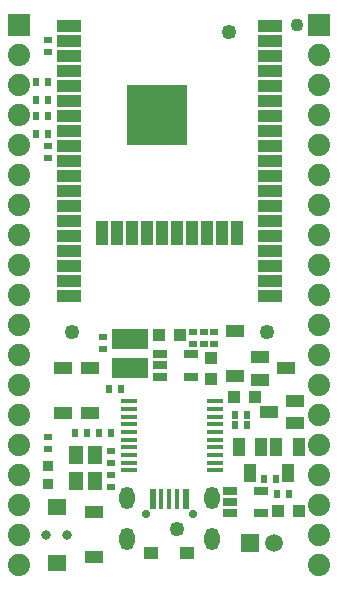
<source format=gbr>
G04 #@! TF.GenerationSoftware,KiCad,Pcbnew,5.1.0-rc1-unknown-6bb8fde~84~ubuntu18.04.1*
G04 #@! TF.CreationDate,2019-02-08T10:21:34+02:00
G04 #@! TF.ProjectId,ESP32-DevKit-Lipo_Rev_B,45535033-322d-4446-9576-4b69742d4c69,B*
G04 #@! TF.SameCoordinates,Original*
G04 #@! TF.FileFunction,Soldermask,Top*
G04 #@! TF.FilePolarity,Negative*
%FSLAX46Y46*%
G04 Gerber Fmt 4.6, Leading zero omitted, Abs format (unit mm)*
G04 Created by KiCad (PCBNEW 5.1.0-rc1-unknown-6bb8fde~84~ubuntu18.04.1) date 2019-02-08 10:21:34*
%MOMM*%
%LPD*%
G04 APERTURE LIST*
%ADD10C,1.501600*%
%ADD11R,1.501600X1.501600*%
%ADD12R,0.901600X0.901600*%
%ADD13C,1.101600*%
%ADD14R,1.301600X1.501600*%
%ADD15R,1.117600X1.117600*%
%ADD16C,1.879600*%
%ADD17R,1.879600X1.879600*%
%ADD18R,1.501600X1.101600*%
%ADD19C,1.254000*%
%ADD20R,3.101600X1.701600*%
%ADD21R,1.101600X1.501600*%
%ADD22R,1.301600X0.651600*%
%ADD23R,1.371600X0.426600*%
%ADD24R,0.601600X1.751600*%
%ADD25R,0.426600X1.751600*%
%ADD26C,0.701600*%
%ADD27R,1.201600X1.101600*%
%ADD28O,1.301600X1.901600*%
%ADD29R,1.601600X1.401600*%
%ADD30C,0.801600*%
%ADD31R,2.101600X1.001600*%
%ADD32R,1.001600X2.101600*%
%ADD33R,5.101600X5.101600*%
%ADD34C,2.101600*%
%ADD35R,0.651600X0.601600*%
%ADD36R,0.601600X0.651600*%
G04 APERTURE END LIST*
D10*
X152384760Y-116222780D03*
D11*
X150355300Y-116225320D03*
D12*
X133223000Y-109728000D03*
X133223000Y-111252000D03*
D13*
X154305000Y-72390000D03*
D14*
X137198000Y-108839000D03*
X135598000Y-111039000D03*
X137198000Y-111039000D03*
X135598000Y-108839000D03*
D15*
X150749000Y-103886000D03*
X148971000Y-103886000D03*
D16*
X130810000Y-80010000D03*
X130810000Y-77470000D03*
X130810000Y-74930000D03*
D17*
X130810000Y-72390000D03*
D16*
X130810000Y-82550000D03*
X130810000Y-85090000D03*
X130810000Y-90170000D03*
X130810000Y-87630000D03*
X130810000Y-92710000D03*
X130810000Y-95250000D03*
X130810000Y-100330000D03*
X130810000Y-97790000D03*
X130810000Y-102870000D03*
X130810000Y-105410000D03*
X130810000Y-110490000D03*
X130810000Y-107950000D03*
X130810000Y-118110000D03*
X130810000Y-115570000D03*
X130810000Y-113030000D03*
X156210000Y-80010000D03*
X156210000Y-77470000D03*
X156210000Y-74930000D03*
D17*
X156210000Y-72390000D03*
D16*
X156210000Y-82550000D03*
X156210000Y-85090000D03*
X156210000Y-90170000D03*
X156210000Y-87630000D03*
X156210000Y-92710000D03*
X156210000Y-95250000D03*
X156210000Y-100330000D03*
X156210000Y-97790000D03*
X156210000Y-102870000D03*
X156210000Y-105410000D03*
X156210000Y-110490000D03*
X156210000Y-107950000D03*
X156210000Y-118110000D03*
X156210000Y-115570000D03*
X156210000Y-113030000D03*
D18*
X151165560Y-100523040D03*
X151165560Y-102425500D03*
X153375360Y-101470460D03*
D19*
X151765000Y-98425000D03*
X135255000Y-98425000D03*
X148590000Y-73025000D03*
D20*
X140208000Y-99003000D03*
X140208000Y-101403000D03*
D21*
X151317960Y-108112560D03*
X149415500Y-108112560D03*
X150370540Y-110322360D03*
X154492960Y-108112560D03*
X152590500Y-108112560D03*
X153545540Y-110322360D03*
D22*
X148687000Y-111826000D03*
X148687000Y-112776000D03*
X148687000Y-113726000D03*
X151287000Y-111826000D03*
X151287000Y-113726000D03*
D23*
X140144500Y-104263000D03*
X140144500Y-104913000D03*
X140144500Y-105563000D03*
X140144500Y-106213000D03*
X140144500Y-106863000D03*
X140144500Y-107513000D03*
X140144500Y-108163000D03*
X140144500Y-108813000D03*
X140144500Y-109463000D03*
X140144500Y-110113000D03*
X147383500Y-110113000D03*
X147383500Y-109463000D03*
X147383500Y-108813000D03*
X147383500Y-108163000D03*
X147383500Y-107513000D03*
X147383500Y-106863000D03*
X147383500Y-106213000D03*
X147383500Y-105563000D03*
X147383500Y-104913000D03*
X147383500Y-104263000D03*
D22*
X142718000Y-100269000D03*
X142718000Y-101219000D03*
X142718000Y-102169000D03*
X145318000Y-100269000D03*
X145318000Y-102169000D03*
D18*
X151935000Y-105156000D03*
X154135000Y-104206000D03*
X154135000Y-106106000D03*
D24*
X142122500Y-112547000D03*
D25*
X142860000Y-112547000D03*
X143510000Y-112547000D03*
X144160000Y-112547000D03*
D24*
X144897500Y-112547000D03*
D26*
X141510000Y-113797000D03*
X145510000Y-113797000D03*
D27*
X142010000Y-117097000D03*
X145010000Y-117097000D03*
D28*
X139910000Y-115947000D03*
X139910000Y-112477000D03*
X147110000Y-112477000D03*
X147110000Y-115947000D03*
D29*
X133985000Y-113193000D03*
X133985000Y-117947000D03*
D30*
X134885000Y-115570000D03*
X133085000Y-115570000D03*
D31*
X152010000Y-94102000D03*
X152010000Y-92832000D03*
X152010000Y-91562000D03*
X152010000Y-90292000D03*
X152010000Y-95372000D03*
X135010000Y-95372000D03*
X135010000Y-90292000D03*
X135010000Y-91562000D03*
X135010000Y-92832000D03*
X135010000Y-94102000D03*
X135010000Y-72512000D03*
X135010000Y-73782000D03*
X135010000Y-75052000D03*
X135010000Y-76322000D03*
X135010000Y-77592000D03*
X135010000Y-78862000D03*
X135010000Y-80132000D03*
X135010000Y-81402000D03*
X135010000Y-82672000D03*
X135010000Y-83942000D03*
X135010000Y-85212000D03*
X135010000Y-86482000D03*
X135010000Y-87752000D03*
X135010000Y-89022000D03*
D32*
X137810000Y-90022000D03*
X139080000Y-90022000D03*
X140350000Y-90022000D03*
X141620000Y-90022000D03*
X142890000Y-90022000D03*
X144160000Y-90022000D03*
X145430000Y-90022000D03*
X146700000Y-90022000D03*
X147970000Y-90022000D03*
X149240000Y-90022000D03*
D31*
X152010000Y-89022000D03*
X152010000Y-87752000D03*
X152010000Y-86482000D03*
X152010000Y-85212000D03*
X152010000Y-83942000D03*
X152010000Y-82672000D03*
X152010000Y-81402000D03*
X152010000Y-80132000D03*
X152010000Y-78862000D03*
X152010000Y-77592000D03*
X152010000Y-76322000D03*
X152010000Y-75052000D03*
X152010000Y-73782000D03*
X152010000Y-72512000D03*
D33*
X142510000Y-80022000D03*
D34*
X142510000Y-80022000D03*
D18*
X137160000Y-113670000D03*
X137160000Y-117470000D03*
X149098000Y-98303000D03*
X149098000Y-102103000D03*
X136779000Y-101478000D03*
X136779000Y-105278000D03*
X134493000Y-105278000D03*
X134493000Y-101478000D03*
D15*
X154495500Y-113538000D03*
X152717500Y-113538000D03*
X147066000Y-100584000D03*
X147066000Y-102362000D03*
X144399000Y-98679000D03*
X142621000Y-98679000D03*
D35*
X147320000Y-98361500D03*
X147320000Y-99377500D03*
X133223000Y-82677000D03*
X133223000Y-83693000D03*
X133223000Y-107315000D03*
X133223000Y-108331000D03*
D36*
X153670000Y-112141000D03*
X152654000Y-112141000D03*
X132207000Y-80137001D03*
X133223000Y-80137001D03*
X136525000Y-106934000D03*
X135509000Y-106934000D03*
D35*
X137922000Y-98806000D03*
X137922000Y-99822000D03*
D36*
X150114000Y-106299000D03*
X149098000Y-106299000D03*
X150114000Y-105410000D03*
X149098000Y-105410000D03*
X151511000Y-110871000D03*
X152527000Y-110871000D03*
D35*
X145542000Y-98361500D03*
X145542000Y-99377500D03*
X146431000Y-98361500D03*
X146431000Y-99377500D03*
X133223000Y-74676000D03*
X133223000Y-73660000D03*
D36*
X133223000Y-77216000D03*
X132207000Y-77216000D03*
X132207000Y-78740000D03*
X133223000Y-78740000D03*
X138430000Y-103251000D03*
X139446000Y-103251000D03*
D35*
X138557000Y-108458000D03*
X138557000Y-109474000D03*
X138557000Y-111506000D03*
X138557000Y-110490000D03*
D36*
X137541000Y-106934000D03*
X138557000Y-106934000D03*
X133222999Y-81661000D03*
X132206999Y-81661000D03*
D19*
X144145000Y-115062000D03*
M02*

</source>
